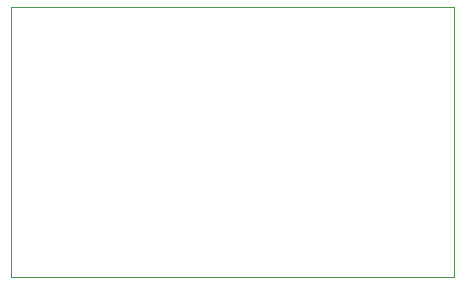
<source format=gbr>
%TF.GenerationSoftware,KiCad,Pcbnew,7.0.1*%
%TF.CreationDate,2023-04-28T09:36:00+02:00*%
%TF.ProjectId,RC_STLP2_ANT,52435f53-544c-4503-925f-414e542e6b69,rev?*%
%TF.SameCoordinates,Original*%
%TF.FileFunction,Profile,NP*%
%FSLAX46Y46*%
G04 Gerber Fmt 4.6, Leading zero omitted, Abs format (unit mm)*
G04 Created by KiCad (PCBNEW 7.0.1) date 2023-04-28 09:36:00*
%MOMM*%
%LPD*%
G01*
G04 APERTURE LIST*
%TA.AperFunction,Profile*%
%ADD10C,0.050000*%
%TD*%
G04 APERTURE END LIST*
D10*
X118745000Y-38100000D02*
X156210000Y-38100000D01*
X156210000Y-60960000D01*
X118745000Y-60960000D01*
X118745000Y-38100000D01*
M02*

</source>
